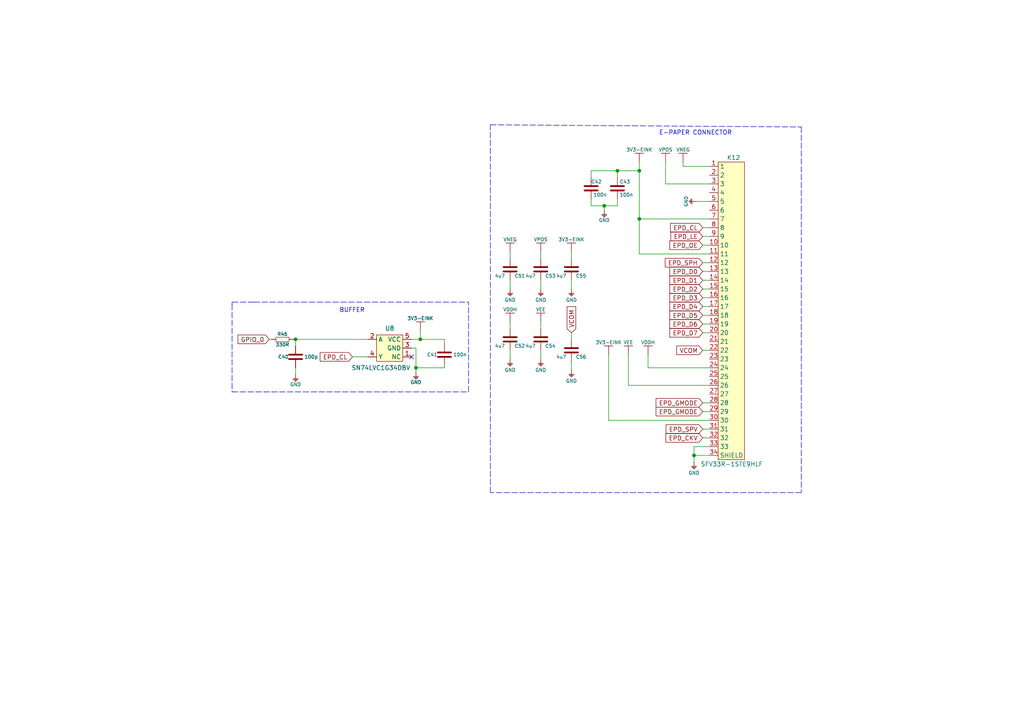
<source format=kicad_sch>
(kicad_sch (version 20211123) (generator eeschema)

  (uuid 4a8e3850-5c74-4972-8b49-f041c2a66e86)

  (paper "A4")

  (lib_symbols
    (symbol "e-radionica.com schematics:0603C" (pin_numbers hide) (pin_names (offset 0.002)) (in_bom yes) (on_board yes)
      (property "Reference" "C" (id 0) (at 0 3.81 0)
        (effects (font (size 1 1)))
      )
      (property "Value" "0603C" (id 1) (at 0 -3.175 0)
        (effects (font (size 1 1)))
      )
      (property "Footprint" "e-radionica.com footprinti:0603C" (id 2) (at 0.635 -4.445 0)
        (effects (font (size 1 1)) hide)
      )
      (property "Datasheet" "" (id 3) (at 0 0 0)
        (effects (font (size 1 1)) hide)
      )
      (symbol "0603C_0_1"
        (polyline
          (pts
            (xy -0.635 1.905)
            (xy -0.635 -1.905)
          )
          (stroke (width 0.5) (type default) (color 0 0 0 0))
          (fill (type none))
        )
        (polyline
          (pts
            (xy 0.635 1.905)
            (xy 0.635 -1.905)
          )
          (stroke (width 0.5) (type default) (color 0 0 0 0))
          (fill (type none))
        )
      )
      (symbol "0603C_1_1"
        (pin passive line (at -3.175 0 0) (length 2.54)
          (name "~" (effects (font (size 1.27 1.27))))
          (number "1" (effects (font (size 1.27 1.27))))
        )
        (pin passive line (at 3.175 0 180) (length 2.54)
          (name "~" (effects (font (size 1.27 1.27))))
          (number "2" (effects (font (size 1.27 1.27))))
        )
      )
    )
    (symbol "e-radionica.com schematics:0603R" (pin_numbers hide) (pin_names (offset 0.254)) (in_bom yes) (on_board yes)
      (property "Reference" "R" (id 0) (at 0 1.27 0)
        (effects (font (size 1 1)))
      )
      (property "Value" "0603R" (id 1) (at 0 -1.905 0)
        (effects (font (size 1 1)))
      )
      (property "Footprint" "e-radionica.com footprinti:0603R" (id 2) (at 0 -3.81 0)
        (effects (font (size 1 1)) hide)
      )
      (property "Datasheet" "" (id 3) (at -0.635 1.905 0)
        (effects (font (size 1 1)) hide)
      )
      (symbol "0603R_0_1"
        (rectangle (start -1.905 -0.635) (end 1.905 -0.6604)
          (stroke (width 0.1) (type default) (color 0 0 0 0))
          (fill (type none))
        )
        (rectangle (start -1.905 0.635) (end -1.8796 -0.635)
          (stroke (width 0.1) (type default) (color 0 0 0 0))
          (fill (type none))
        )
        (rectangle (start -1.905 0.635) (end 1.905 0.6096)
          (stroke (width 0.1) (type default) (color 0 0 0 0))
          (fill (type none))
        )
        (rectangle (start 1.905 0.635) (end 1.9304 -0.635)
          (stroke (width 0.1) (type default) (color 0 0 0 0))
          (fill (type none))
        )
      )
      (symbol "0603R_1_1"
        (pin passive line (at -3.175 0 0) (length 1.27)
          (name "~" (effects (font (size 1.27 1.27))))
          (number "1" (effects (font (size 1.27 1.27))))
        )
        (pin passive line (at 3.175 0 180) (length 1.27)
          (name "~" (effects (font (size 1.27 1.27))))
          (number "2" (effects (font (size 1.27 1.27))))
        )
      )
    )
    (symbol "e-radionica.com schematics:3V3-EINK" (power) (pin_names (offset 0)) (in_bom yes) (on_board yes)
      (property "Reference" "#PWR" (id 0) (at 4.445 0 0)
        (effects (font (size 1 1)) hide)
      )
      (property "Value" "3V3-EINK" (id 1) (at 0 3.556 0)
        (effects (font (size 1 1)))
      )
      (property "Footprint" "" (id 2) (at 4.445 3.81 0)
        (effects (font (size 1 1)) hide)
      )
      (property "Datasheet" "" (id 3) (at 4.445 3.81 0)
        (effects (font (size 1 1)) hide)
      )
      (property "ki_keywords" "power-flag" (id 4) (at 0 0 0)
        (effects (font (size 1.27 1.27)) hide)
      )
      (property "ki_description" "Power symbol creates a global label with name \"3V3-EINK\"" (id 5) (at 0 0 0)
        (effects (font (size 1.27 1.27)) hide)
      )
      (symbol "3V3-EINK_0_1"
        (polyline
          (pts
            (xy -1.27 2.54)
            (xy 1.27 2.54)
          )
          (stroke (width 0.16) (type default) (color 0 0 0 0))
          (fill (type none))
        )
        (polyline
          (pts
            (xy 0 0)
            (xy 0 2.54)
          )
          (stroke (width 0) (type default) (color 0 0 0 0))
          (fill (type none))
        )
      )
      (symbol "3V3-EINK_1_1"
        (pin power_in line (at 0 0 90) (length 0) hide
          (name "3V3-EINK" (effects (font (size 1.27 1.27))))
          (number "1" (effects (font (size 1.27 1.27))))
        )
      )
    )
    (symbol "e-radionica.com schematics:GND" (power) (pin_names (offset 0)) (in_bom yes) (on_board yes)
      (property "Reference" "#PWR" (id 0) (at 4.445 0 0)
        (effects (font (size 1 1)) hide)
      )
      (property "Value" "GND" (id 1) (at 0 -2.921 0)
        (effects (font (size 1 1)))
      )
      (property "Footprint" "" (id 2) (at 4.445 3.81 0)
        (effects (font (size 1 1)) hide)
      )
      (property "Datasheet" "" (id 3) (at 4.445 3.81 0)
        (effects (font (size 1 1)) hide)
      )
      (property "ki_keywords" "power-flag" (id 4) (at 0 0 0)
        (effects (font (size 1.27 1.27)) hide)
      )
      (property "ki_description" "Power symbol creates a global label with name \"GND\"" (id 5) (at 0 0 0)
        (effects (font (size 1.27 1.27)) hide)
      )
      (symbol "GND_0_1"
        (polyline
          (pts
            (xy -0.762 -1.27)
            (xy 0.762 -1.27)
          )
          (stroke (width 0.16) (type default) (color 0 0 0 0))
          (fill (type none))
        )
        (polyline
          (pts
            (xy -0.635 -1.524)
            (xy 0.635 -1.524)
          )
          (stroke (width 0.16) (type default) (color 0 0 0 0))
          (fill (type none))
        )
        (polyline
          (pts
            (xy -0.381 -1.778)
            (xy 0.381 -1.778)
          )
          (stroke (width 0.16) (type default) (color 0 0 0 0))
          (fill (type none))
        )
        (polyline
          (pts
            (xy -0.127 -2.032)
            (xy 0.127 -2.032)
          )
          (stroke (width 0.16) (type default) (color 0 0 0 0))
          (fill (type none))
        )
        (polyline
          (pts
            (xy 0 0)
            (xy 0 -1.27)
          )
          (stroke (width 0.16) (type default) (color 0 0 0 0))
          (fill (type none))
        )
      )
      (symbol "GND_1_1"
        (pin power_in line (at 0 0 270) (length 0) hide
          (name "GND" (effects (font (size 1.27 1.27))))
          (number "1" (effects (font (size 1.27 1.27))))
        )
      )
    )
    (symbol "e-radionica.com schematics:SFV33R-1STE9HLF" (in_bom yes) (on_board yes)
      (property "Reference" "K" (id 0) (at 0 44.45 0)
        (effects (font (size 1.27 1.27)))
      )
      (property "Value" "SFV33R-1STE9HLF" (id 1) (at 0 -44.45 0)
        (effects (font (size 1.27 1.27)))
      )
      (property "Footprint" "e-radionica.com footprinti:SFV33R-1STE9HLF" (id 2) (at 0 -46.99 0)
        (effects (font (size 1.27 1.27)) hide)
      )
      (property "Datasheet" "" (id 3) (at -2.54 45.72 0)
        (effects (font (size 1.27 1.27)) hide)
      )
      (symbol "SFV33R-1STE9HLF_0_1"
        (rectangle (start -3.81 43.18) (end 3.81 -43.18)
          (stroke (width 0.1524) (type default) (color 0 0 0 0))
          (fill (type background))
        )
      )
      (symbol "SFV33R-1STE9HLF_1_1"
        (pin input line (at -6.35 41.91 0) (length 2.54)
          (name "1" (effects (font (size 1.27 1.27))))
          (number "1" (effects (font (size 1.27 1.27))))
        )
        (pin input line (at -6.35 19.05 0) (length 2.54)
          (name "10" (effects (font (size 1.27 1.27))))
          (number "10" (effects (font (size 1.27 1.27))))
        )
        (pin input line (at -6.35 16.51 0) (length 2.54)
          (name "11" (effects (font (size 1.27 1.27))))
          (number "11" (effects (font (size 1.27 1.27))))
        )
        (pin input line (at -6.35 13.97 0) (length 2.54)
          (name "12" (effects (font (size 1.27 1.27))))
          (number "12" (effects (font (size 1.27 1.27))))
        )
        (pin input line (at -6.35 11.43 0) (length 2.54)
          (name "13" (effects (font (size 1.27 1.27))))
          (number "13" (effects (font (size 1.27 1.27))))
        )
        (pin input line (at -6.35 8.89 0) (length 2.54)
          (name "14" (effects (font (size 1.27 1.27))))
          (number "14" (effects (font (size 1.27 1.27))))
        )
        (pin input line (at -6.35 6.35 0) (length 2.54)
          (name "15" (effects (font (size 1.27 1.27))))
          (number "15" (effects (font (size 1.27 1.27))))
        )
        (pin input line (at -6.35 3.81 0) (length 2.54)
          (name "16" (effects (font (size 1.27 1.27))))
          (number "16" (effects (font (size 1.27 1.27))))
        )
        (pin input line (at -6.35 1.27 0) (length 2.54)
          (name "17" (effects (font (size 1.27 1.27))))
          (number "17" (effects (font (size 1.27 1.27))))
        )
        (pin input line (at -6.35 -1.27 0) (length 2.54)
          (name "18" (effects (font (size 1.27 1.27))))
          (number "18" (effects (font (size 1.27 1.27))))
        )
        (pin input line (at -6.35 -3.81 0) (length 2.54)
          (name "19" (effects (font (size 1.27 1.27))))
          (number "19" (effects (font (size 1.27 1.27))))
        )
        (pin input line (at -6.35 39.37 0) (length 2.54)
          (name "2" (effects (font (size 1.27 1.27))))
          (number "2" (effects (font (size 1.27 1.27))))
        )
        (pin input line (at -6.35 -6.35 0) (length 2.54)
          (name "20" (effects (font (size 1.27 1.27))))
          (number "20" (effects (font (size 1.27 1.27))))
        )
        (pin input line (at -6.35 -8.89 0) (length 2.54)
          (name "21" (effects (font (size 1.27 1.27))))
          (number "21" (effects (font (size 1.27 1.27))))
        )
        (pin input line (at -6.35 -11.43 0) (length 2.54)
          (name "22" (effects (font (size 1.27 1.27))))
          (number "22" (effects (font (size 1.27 1.27))))
        )
        (pin input line (at -6.35 -13.97 0) (length 2.54)
          (name "23" (effects (font (size 1.27 1.27))))
          (number "23" (effects (font (size 1.27 1.27))))
        )
        (pin input line (at -6.35 -16.51 0) (length 2.54)
          (name "24" (effects (font (size 1.27 1.27))))
          (number "24" (effects (font (size 1.27 1.27))))
        )
        (pin input line (at -6.35 -19.05 0) (length 2.54)
          (name "25" (effects (font (size 1.27 1.27))))
          (number "25" (effects (font (size 1.27 1.27))))
        )
        (pin input line (at -6.35 -21.59 0) (length 2.54)
          (name "26" (effects (font (size 1.27 1.27))))
          (number "26" (effects (font (size 1.27 1.27))))
        )
        (pin input line (at -6.35 -24.13 0) (length 2.54)
          (name "27" (effects (font (size 1.27 1.27))))
          (number "27" (effects (font (size 1.27 1.27))))
        )
        (pin input line (at -6.35 -26.67 0) (length 2.54)
          (name "28" (effects (font (size 1.27 1.27))))
          (number "28" (effects (font (size 1.27 1.27))))
        )
        (pin input line (at -6.35 -29.21 0) (length 2.54)
          (name "29" (effects (font (size 1.27 1.27))))
          (number "29" (effects (font (size 1.27 1.27))))
        )
        (pin input line (at -6.35 36.83 0) (length 2.54)
          (name "3" (effects (font (size 1.27 1.27))))
          (number "3" (effects (font (size 1.27 1.27))))
        )
        (pin input line (at -6.35 -31.75 0) (length 2.54)
          (name "30" (effects (font (size 1.27 1.27))))
          (number "30" (effects (font (size 1.27 1.27))))
        )
        (pin input line (at -6.35 -34.29 0) (length 2.54)
          (name "31" (effects (font (size 1.27 1.27))))
          (number "31" (effects (font (size 1.27 1.27))))
        )
        (pin input line (at -6.35 -36.83 0) (length 2.54)
          (name "32" (effects (font (size 1.27 1.27))))
          (number "32" (effects (font (size 1.27 1.27))))
        )
        (pin input line (at -6.35 -39.37 0) (length 2.54)
          (name "33" (effects (font (size 1.27 1.27))))
          (number "33" (effects (font (size 1.27 1.27))))
        )
        (pin input line (at -6.35 -41.91 0) (length 2.54)
          (name "SHIELD" (effects (font (size 1.27 1.27))))
          (number "34" (effects (font (size 1.27 1.27))))
        )
        (pin input line (at -6.35 34.29 0) (length 2.54)
          (name "4" (effects (font (size 1.27 1.27))))
          (number "4" (effects (font (size 1.27 1.27))))
        )
        (pin input line (at -6.35 31.75 0) (length 2.54)
          (name "5" (effects (font (size 1.27 1.27))))
          (number "5" (effects (font (size 1.27 1.27))))
        )
        (pin input line (at -6.35 29.21 0) (length 2.54)
          (name "6" (effects (font (size 1.27 1.27))))
          (number "6" (effects (font (size 1.27 1.27))))
        )
        (pin input line (at -6.35 26.67 0) (length 2.54)
          (name "7" (effects (font (size 1.27 1.27))))
          (number "7" (effects (font (size 1.27 1.27))))
        )
        (pin input line (at -6.35 24.13 0) (length 2.54)
          (name "8" (effects (font (size 1.27 1.27))))
          (number "8" (effects (font (size 1.27 1.27))))
        )
        (pin input line (at -6.35 21.59 0) (length 2.54)
          (name "9" (effects (font (size 1.27 1.27))))
          (number "9" (effects (font (size 1.27 1.27))))
        )
      )
    )
    (symbol "e-radionica.com schematics:SN74LVC1G34DBV" (in_bom yes) (on_board yes)
      (property "Reference" "U" (id 0) (at -2.54 5.08 0)
        (effects (font (size 1.27 1.27)))
      )
      (property "Value" "SN74LVC1G34DBV" (id 1) (at -1.27 7.62 0)
        (effects (font (size 1.27 1.27)))
      )
      (property "Footprint" "e-radionica.com footprinti:SN74LVC1G34DBV" (id 2) (at -1.27 8.89 0)
        (effects (font (size 1.27 1.27)) hide)
      )
      (property "Datasheet" "" (id 3) (at -1.27 8.89 0)
        (effects (font (size 1.27 1.27)) hide)
      )
      (property "ki_keywords" "Buffer" (id 4) (at 0 0 0)
        (effects (font (size 1.27 1.27)) hide)
      )
      (property "ki_description" "Single Buffer Gate" (id 5) (at 0 0 0)
        (effects (font (size 1.27 1.27)) hide)
      )
      (symbol "SN74LVC1G34DBV_0_0"
        (rectangle (start -3.81 3.81) (end 3.81 -3.81)
          (stroke (width 0) (type default) (color 0 0 0 0))
          (fill (type background))
        )
      )
      (symbol "SN74LVC1G34DBV_1_1"
        (pin passive line (at 6.35 -2.54 180) (length 2.54)
          (name "NC" (effects (font (size 1.27 1.27))))
          (number "1" (effects (font (size 1.27 1.27))))
        )
        (pin passive line (at -6.35 2.54 0) (length 2.54)
          (name "A" (effects (font (size 1.27 1.27))))
          (number "2" (effects (font (size 1.27 1.27))))
        )
        (pin passive line (at 6.35 0 180) (length 2.54)
          (name "GND" (effects (font (size 1.27 1.27))))
          (number "3" (effects (font (size 1.27 1.27))))
        )
        (pin passive line (at -6.35 -2.54 0) (length 2.54)
          (name "Y" (effects (font (size 1.27 1.27))))
          (number "4" (effects (font (size 1.27 1.27))))
        )
        (pin passive line (at 6.35 2.54 180) (length 2.54)
          (name "VCC" (effects (font (size 1.27 1.27))))
          (number "5" (effects (font (size 1.27 1.27))))
        )
      )
    )
    (symbol "e-radionica.com schematics:VDDH" (power) (pin_names (offset 0)) (in_bom yes) (on_board yes)
      (property "Reference" "#PWR" (id 0) (at 4.445 0 0)
        (effects (font (size 1 1)) hide)
      )
      (property "Value" "VDDH" (id 1) (at 0 3.556 0)
        (effects (font (size 1 1)))
      )
      (property "Footprint" "" (id 2) (at 4.445 3.81 0)
        (effects (font (size 1 1)) hide)
      )
      (property "Datasheet" "" (id 3) (at 4.445 3.81 0)
        (effects (font (size 1 1)) hide)
      )
      (property "ki_keywords" "power-flag" (id 4) (at 0 0 0)
        (effects (font (size 1.27 1.27)) hide)
      )
      (property "ki_description" "Power symbol creates a global label with name \"VDDH\"" (id 5) (at 0 0 0)
        (effects (font (size 1.27 1.27)) hide)
      )
      (symbol "VDDH_0_1"
        (polyline
          (pts
            (xy -1.27 2.54)
            (xy 1.27 2.54)
          )
          (stroke (width 0.16) (type default) (color 0 0 0 0))
          (fill (type none))
        )
        (polyline
          (pts
            (xy 0 0)
            (xy 0 2.54)
          )
          (stroke (width 0) (type default) (color 0 0 0 0))
          (fill (type none))
        )
      )
      (symbol "VDDH_1_1"
        (pin power_in line (at 0 0 90) (length 0) hide
          (name "VDDH" (effects (font (size 1.27 1.27))))
          (number "1" (effects (font (size 1.27 1.27))))
        )
      )
    )
    (symbol "e-radionica.com schematics:VEE" (power) (pin_names (offset 0)) (in_bom yes) (on_board yes)
      (property "Reference" "#PWR" (id 0) (at 4.445 0 0)
        (effects (font (size 1 1)) hide)
      )
      (property "Value" "VEE" (id 1) (at 0 3.556 0)
        (effects (font (size 1 1)))
      )
      (property "Footprint" "" (id 2) (at 4.445 3.81 0)
        (effects (font (size 1 1)) hide)
      )
      (property "Datasheet" "" (id 3) (at 4.445 3.81 0)
        (effects (font (size 1 1)) hide)
      )
      (property "ki_keywords" "power-flag" (id 4) (at 0 0 0)
        (effects (font (size 1.27 1.27)) hide)
      )
      (property "ki_description" "Power symbol creates a global label with name \"VEE\"" (id 5) (at 0 0 0)
        (effects (font (size 1.27 1.27)) hide)
      )
      (symbol "VEE_0_1"
        (polyline
          (pts
            (xy -1.27 2.54)
            (xy 1.27 2.54)
          )
          (stroke (width 0.16) (type default) (color 0 0 0 0))
          (fill (type none))
        )
        (polyline
          (pts
            (xy 0 0)
            (xy 0 2.54)
          )
          (stroke (width 0) (type default) (color 0 0 0 0))
          (fill (type none))
        )
      )
      (symbol "VEE_1_1"
        (pin power_in line (at 0 0 90) (length 0) hide
          (name "VEE" (effects (font (size 1.27 1.27))))
          (number "1" (effects (font (size 1.27 1.27))))
        )
      )
    )
    (symbol "e-radionica.com schematics:VNEG" (power) (pin_names (offset 0)) (in_bom yes) (on_board yes)
      (property "Reference" "#PWR" (id 0) (at 4.445 0 0)
        (effects (font (size 1 1)) hide)
      )
      (property "Value" "VNEG" (id 1) (at 0 3.556 0)
        (effects (font (size 1 1)))
      )
      (property "Footprint" "" (id 2) (at 4.445 3.81 0)
        (effects (font (size 1 1)) hide)
      )
      (property "Datasheet" "" (id 3) (at 4.445 3.81 0)
        (effects (font (size 1 1)) hide)
      )
      (property "ki_keywords" "power-flag" (id 4) (at 0 0 0)
        (effects (font (size 1.27 1.27)) hide)
      )
      (property "ki_description" "Power symbol creates a global label with name \"VNEG\"" (id 5) (at 0 0 0)
        (effects (font (size 1.27 1.27)) hide)
      )
      (symbol "VNEG_0_1"
        (polyline
          (pts
            (xy -1.27 2.54)
            (xy 1.27 2.54)
          )
          (stroke (width 0.16) (type default) (color 0 0 0 0))
          (fill (type none))
        )
        (polyline
          (pts
            (xy 0 0)
            (xy 0 2.54)
          )
          (stroke (width 0) (type default) (color 0 0 0 0))
          (fill (type none))
        )
      )
      (symbol "VNEG_1_1"
        (pin power_in line (at 0 0 90) (length 0) hide
          (name "VNEG" (effects (font (size 1.27 1.27))))
          (number "1" (effects (font (size 1.27 1.27))))
        )
      )
    )
    (symbol "e-radionica.com schematics:VPOS" (power) (pin_names (offset 0)) (in_bom yes) (on_board yes)
      (property "Reference" "#PWR" (id 0) (at 4.445 0 0)
        (effects (font (size 1 1)) hide)
      )
      (property "Value" "VPOS" (id 1) (at 0 3.556 0)
        (effects (font (size 1 1)))
      )
      (property "Footprint" "" (id 2) (at 4.445 3.81 0)
        (effects (font (size 1 1)) hide)
      )
      (property "Datasheet" "" (id 3) (at 4.445 3.81 0)
        (effects (font (size 1 1)) hide)
      )
      (property "ki_keywords" "power-flag" (id 4) (at 0 0 0)
        (effects (font (size 1.27 1.27)) hide)
      )
      (property "ki_description" "Power symbol creates a global label with name \"VPOS\"" (id 5) (at 0 0 0)
        (effects (font (size 1.27 1.27)) hide)
      )
      (symbol "VPOS_0_1"
        (polyline
          (pts
            (xy -1.27 2.54)
            (xy 1.27 2.54)
          )
          (stroke (width 0.16) (type default) (color 0 0 0 0))
          (fill (type none))
        )
        (polyline
          (pts
            (xy 0 0)
            (xy 0 2.54)
          )
          (stroke (width 0) (type default) (color 0 0 0 0))
          (fill (type none))
        )
      )
      (symbol "VPOS_1_1"
        (pin power_in line (at 0 0 90) (length 0) hide
          (name "VPOS" (effects (font (size 1.27 1.27))))
          (number "1" (effects (font (size 1.27 1.27))))
        )
      )
    )
  )

  (junction (at 121.92 98.425) (diameter 0) (color 0 0 0 0)
    (uuid 1779f733-d031-45aa-b8cb-a97af700677d)
  )
  (junction (at 120.65 106.68) (diameter 0) (color 0 0 0 0)
    (uuid 2a9ef1a5-e88a-425c-8942-c0e8c86431d3)
  )
  (junction (at 185.42 63.5) (diameter 0) (color 0 0 0 0)
    (uuid 34fe58e7-f563-4ea5-8cb3-e09670af234b)
  )
  (junction (at 179.07 49.53) (diameter 0) (color 0 0 0 0)
    (uuid 3bcab025-131d-4ed5-bab0-1b6485a3130a)
  )
  (junction (at 201.295 132.08) (diameter 0) (color 0 0 0 0)
    (uuid 4a84629f-a5ff-41cb-8a09-8d0e4083b395)
  )
  (junction (at 175.26 59.69) (diameter 0) (color 0 0 0 0)
    (uuid 8bbd3294-9183-46fe-94d0-132caf9ccc4b)
  )
  (junction (at 185.42 49.53) (diameter 0) (color 0 0 0 0)
    (uuid 8ec155e6-242d-45f0-ad50-57a47c2e674a)
  )
  (junction (at 85.725 98.425) (diameter 0) (color 0 0 0 0)
    (uuid a4431daf-a4d4-449e-8b3e-510ad4a1201c)
  )

  (no_connect (at 119.38 103.505) (uuid 881d6ca6-7fd3-4dff-9091-21cbf7ff2c2d))

  (polyline (pts (xy 67.31 87.63) (xy 67.31 88.265))
    (stroke (width 0) (type default) (color 0 0 0 0))
    (uuid 0033cfa2-0b18-430f-8696-0048d6b0c355)
  )

  (wire (pts (xy 85.725 98.425) (xy 85.725 100.33))
    (stroke (width 0) (type default) (color 0 0 0 0))
    (uuid 0671fe2c-4d2a-4ddb-849f-9250cbc0774a)
  )
  (wire (pts (xy 121.92 98.425) (xy 119.38 98.425))
    (stroke (width 0) (type default) (color 0 0 0 0))
    (uuid 0a0a2f41-42de-41cd-bbb2-90db05a0037f)
  )
  (wire (pts (xy 201.295 133.985) (xy 201.295 132.08))
    (stroke (width 0) (type default) (color 0 0 0 0))
    (uuid 0d7d4386-cbd4-476d-ac31-3ee84215014d)
  )
  (wire (pts (xy 203.835 68.58) (xy 205.74 68.58))
    (stroke (width 0) (type default) (color 0 0 0 0))
    (uuid 0e6d98a7-b47f-45c7-a54d-83e7f5bcfd9d)
  )
  (wire (pts (xy 179.07 49.53) (xy 185.42 49.53))
    (stroke (width 0) (type default) (color 0 0 0 0))
    (uuid 129f130c-b14c-44c1-a676-0611ddaca453)
  )
  (wire (pts (xy 147.955 93.345) (xy 147.955 95.25))
    (stroke (width 0) (type default) (color 0 0 0 0))
    (uuid 13a539f1-a4b3-4464-a7fa-5258cb96ba6e)
  )
  (wire (pts (xy 203.835 96.52) (xy 205.74 96.52))
    (stroke (width 0) (type default) (color 0 0 0 0))
    (uuid 155aa242-00d8-435c-89aa-264fc8d5efb5)
  )
  (wire (pts (xy 198.12 46.99) (xy 198.12 48.26))
    (stroke (width 0) (type default) (color 0 0 0 0))
    (uuid 1b69d7ae-6799-44eb-837c-8966633e38be)
  )
  (wire (pts (xy 165.735 81.28) (xy 165.735 83.82))
    (stroke (width 0) (type default) (color 0 0 0 0))
    (uuid 1cd3a72b-a15f-4306-8bc2-49dba41e75ed)
  )
  (wire (pts (xy 203.835 101.6) (xy 205.74 101.6))
    (stroke (width 0) (type default) (color 0 0 0 0))
    (uuid 20f3e462-5dbb-4f9c-8342-7f47fca6c583)
  )
  (wire (pts (xy 171.45 59.69) (xy 175.26 59.69))
    (stroke (width 0) (type default) (color 0 0 0 0))
    (uuid 21ea18aa-7241-461d-98e2-3b11fbc95d72)
  )
  (wire (pts (xy 193.04 53.34) (xy 205.74 53.34))
    (stroke (width 0) (type default) (color 0 0 0 0))
    (uuid 21f9c476-c303-4d57-9e2e-d1efeac9a4d8)
  )
  (wire (pts (xy 171.45 49.53) (xy 179.07 49.53))
    (stroke (width 0) (type default) (color 0 0 0 0))
    (uuid 246f5a2e-087c-43d9-9e13-36272937e534)
  )
  (wire (pts (xy 179.07 57.785) (xy 179.07 59.69))
    (stroke (width 0) (type default) (color 0 0 0 0))
    (uuid 248ba5aa-5a5e-40a2-9f89-f275d2b1e4f0)
  )
  (polyline (pts (xy 142.24 36.195) (xy 232.41 36.83))
    (stroke (width 0) (type default) (color 0 0 0 0))
    (uuid 26acd61d-4ef0-4519-81f3-c6aa27a74fc7)
  )

  (wire (pts (xy 203.835 86.36) (xy 205.74 86.36))
    (stroke (width 0) (type default) (color 0 0 0 0))
    (uuid 2a8aa2d7-36ad-4c47-aea2-1e762d12d1ea)
  )
  (polyline (pts (xy 142.24 142.875) (xy 142.24 36.195))
    (stroke (width 0) (type default) (color 0 0 0 0))
    (uuid 2fee84f1-f5a5-4916-863a-2e3b2b5462a3)
  )

  (wire (pts (xy 175.26 59.69) (xy 179.07 59.69))
    (stroke (width 0) (type default) (color 0 0 0 0))
    (uuid 3059a97d-5a87-4f62-aa16-1b6fe022b136)
  )
  (wire (pts (xy 156.845 81.28) (xy 156.845 83.82))
    (stroke (width 0) (type default) (color 0 0 0 0))
    (uuid 309e005f-2916-4fed-a061-ee97d3541440)
  )
  (polyline (pts (xy 135.89 113.665) (xy 135.89 87.63))
    (stroke (width 0) (type default) (color 0 0 0 0))
    (uuid 30ffa7da-f6e8-4ba9-8430-780c069655bf)
  )

  (wire (pts (xy 198.12 48.26) (xy 205.74 48.26))
    (stroke (width 0) (type default) (color 0 0 0 0))
    (uuid 376643f5-eb19-4ce3-b884-418e95276419)
  )
  (wire (pts (xy 165.735 104.775) (xy 165.735 107.315))
    (stroke (width 0) (type default) (color 0 0 0 0))
    (uuid 39906802-915e-41a7-ba6c-5121c7fe9a6e)
  )
  (wire (pts (xy 201.295 129.54) (xy 201.295 132.08))
    (stroke (width 0) (type default) (color 0 0 0 0))
    (uuid 404fdef7-9671-4345-b215-0b5a63215746)
  )
  (wire (pts (xy 147.955 101.6) (xy 147.955 104.14))
    (stroke (width 0) (type default) (color 0 0 0 0))
    (uuid 409653ee-2218-414d-9f85-c1938c38f5d1)
  )
  (wire (pts (xy 171.45 57.785) (xy 171.45 59.69))
    (stroke (width 0) (type default) (color 0 0 0 0))
    (uuid 4177848c-19e5-469e-9465-dba48c62bca5)
  )
  (wire (pts (xy 203.835 127) (xy 205.74 127))
    (stroke (width 0) (type default) (color 0 0 0 0))
    (uuid 4c30bbd7-2876-4a94-a7a7-bdece98eb9d7)
  )
  (wire (pts (xy 182.245 111.76) (xy 182.245 102.87))
    (stroke (width 0) (type default) (color 0 0 0 0))
    (uuid 4c396c12-6787-4bc6-9fe8-925c4935dcd1)
  )
  (wire (pts (xy 205.74 106.68) (xy 187.96 106.68))
    (stroke (width 0) (type default) (color 0 0 0 0))
    (uuid 52d05972-3d6e-4b1e-8177-c28d746e3508)
  )
  (wire (pts (xy 171.45 51.435) (xy 171.45 49.53))
    (stroke (width 0) (type default) (color 0 0 0 0))
    (uuid 5d388c57-d39a-4362-bf44-f21065ca0922)
  )
  (wire (pts (xy 85.725 98.425) (xy 106.68 98.425))
    (stroke (width 0) (type default) (color 0 0 0 0))
    (uuid 638eb48f-5065-40b4-a00d-e003fc02c432)
  )
  (wire (pts (xy 185.42 63.5) (xy 205.74 63.5))
    (stroke (width 0) (type default) (color 0 0 0 0))
    (uuid 67a44875-36e7-4a56-8738-f621393d6643)
  )
  (wire (pts (xy 128.905 99.695) (xy 128.905 98.425))
    (stroke (width 0) (type default) (color 0 0 0 0))
    (uuid 6810fb50-aa4f-474e-8cfe-5f05ae146778)
  )
  (wire (pts (xy 156.845 93.345) (xy 156.845 95.25))
    (stroke (width 0) (type default) (color 0 0 0 0))
    (uuid 7086248d-ffe3-449a-836a-fba551b2b1cc)
  )
  (wire (pts (xy 102.235 103.505) (xy 106.68 103.505))
    (stroke (width 0) (type default) (color 0 0 0 0))
    (uuid 728c638a-b2ec-411a-b1d0-71f57a2d533d)
  )
  (wire (pts (xy 203.835 124.46) (xy 205.74 124.46))
    (stroke (width 0) (type default) (color 0 0 0 0))
    (uuid 7cccdb8b-7a68-4edc-9370-eafdd6a42a04)
  )
  (wire (pts (xy 203.835 66.04) (xy 205.74 66.04))
    (stroke (width 0) (type default) (color 0 0 0 0))
    (uuid 7d788d3f-31de-4b10-a4d9-da237cdadacc)
  )
  (wire (pts (xy 203.835 116.84) (xy 205.74 116.84))
    (stroke (width 0) (type default) (color 0 0 0 0))
    (uuid 84275bdd-4215-43e3-af07-570c166d219b)
  )
  (wire (pts (xy 203.835 78.74) (xy 205.74 78.74))
    (stroke (width 0) (type default) (color 0 0 0 0))
    (uuid 84df4b49-e7d0-4bda-ac70-8a9fcf9f8b56)
  )
  (wire (pts (xy 156.845 73.025) (xy 156.845 74.93))
    (stroke (width 0) (type default) (color 0 0 0 0))
    (uuid 85c9f1ff-ab7c-409c-8d0b-bd6c91e1994b)
  )
  (wire (pts (xy 205.74 129.54) (xy 201.295 129.54))
    (stroke (width 0) (type default) (color 0 0 0 0))
    (uuid 8b6e120c-7b15-497e-8066-016c146dc31b)
  )
  (wire (pts (xy 121.92 95.885) (xy 121.92 98.425))
    (stroke (width 0) (type default) (color 0 0 0 0))
    (uuid 8eb8fd42-eaa7-4752-a64b-886d143630bb)
  )
  (wire (pts (xy 120.65 106.68) (xy 120.65 107.95))
    (stroke (width 0) (type default) (color 0 0 0 0))
    (uuid 8fa10f86-030d-482a-bdc3-d2084ebe28de)
  )
  (polyline (pts (xy 232.41 142.875) (xy 142.24 142.875))
    (stroke (width 0) (type default) (color 0 0 0 0))
    (uuid 900651bb-92cd-42e2-a2f2-0f5e64cc4b82)
  )

  (wire (pts (xy 187.96 106.68) (xy 187.96 102.87))
    (stroke (width 0) (type default) (color 0 0 0 0))
    (uuid 907d2a2c-cdfc-434f-97de-f4cba75d0f8f)
  )
  (wire (pts (xy 203.835 93.98) (xy 205.74 93.98))
    (stroke (width 0) (type default) (color 0 0 0 0))
    (uuid 97ab10fd-527b-4bd4-b2d8-66f630f55776)
  )
  (wire (pts (xy 205.74 111.76) (xy 182.245 111.76))
    (stroke (width 0) (type default) (color 0 0 0 0))
    (uuid 98440648-19a7-41c7-aa30-09bbd4a1840b)
  )
  (wire (pts (xy 193.04 46.99) (xy 193.04 53.34))
    (stroke (width 0) (type default) (color 0 0 0 0))
    (uuid a0890e69-250b-458b-86a9-9f49406e1e87)
  )
  (wire (pts (xy 203.835 119.38) (xy 205.74 119.38))
    (stroke (width 0) (type default) (color 0 0 0 0))
    (uuid a75a15ea-ed93-43f9-89a6-f09b4d22014c)
  )
  (polyline (pts (xy 73.66 87.63) (xy 67.31 87.63))
    (stroke (width 0) (type default) (color 0 0 0 0))
    (uuid a968bf5b-84eb-4244-91ce-df458aaf3cf5)
  )

  (wire (pts (xy 147.955 81.28) (xy 147.955 83.82))
    (stroke (width 0) (type default) (color 0 0 0 0))
    (uuid a9942184-80aa-4073-b6ca-5b6ddec96bfe)
  )
  (wire (pts (xy 205.74 73.66) (xy 185.42 73.66))
    (stroke (width 0) (type default) (color 0 0 0 0))
    (uuid ac57a050-9598-4608-94c9-eb346c3bd8db)
  )
  (wire (pts (xy 175.26 60.96) (xy 175.26 59.69))
    (stroke (width 0) (type default) (color 0 0 0 0))
    (uuid ae188d75-c7ad-4059-a637-72e5d26bf3be)
  )
  (wire (pts (xy 203.835 76.2) (xy 205.74 76.2))
    (stroke (width 0) (type default) (color 0 0 0 0))
    (uuid b3630739-cfc8-4f1e-9ebf-cb9efa5ad4a9)
  )
  (wire (pts (xy 201.93 58.42) (xy 205.74 58.42))
    (stroke (width 0) (type default) (color 0 0 0 0))
    (uuid b56b2299-c8b0-4981-9a8e-2f374546f9f7)
  )
  (wire (pts (xy 185.42 73.66) (xy 185.42 63.5))
    (stroke (width 0) (type default) (color 0 0 0 0))
    (uuid b649e47b-3d9c-4993-a844-c9b0041ff991)
  )
  (wire (pts (xy 185.42 49.53) (xy 185.42 63.5))
    (stroke (width 0) (type default) (color 0 0 0 0))
    (uuid be020241-e9a6-462d-a97b-ae6a82826e47)
  )
  (wire (pts (xy 120.65 106.68) (xy 128.905 106.68))
    (stroke (width 0) (type default) (color 0 0 0 0))
    (uuid c00f3573-1de5-458b-995d-fb5a2ac5a9f6)
  )
  (polyline (pts (xy 73.66 87.63) (xy 135.89 87.63))
    (stroke (width 0) (type default) (color 0 0 0 0))
    (uuid c4e1e6fe-0954-42e6-b077-c12acad51419)
  )

  (wire (pts (xy 185.42 46.99) (xy 185.42 49.53))
    (stroke (width 0) (type default) (color 0 0 0 0))
    (uuid c6a52d97-ebeb-4ea9-bfac-583b6aa157ab)
  )
  (wire (pts (xy 119.38 100.965) (xy 120.65 100.965))
    (stroke (width 0) (type default) (color 0 0 0 0))
    (uuid c6dafa1b-3213-4a6f-951d-8ebccaf0f352)
  )
  (wire (pts (xy 203.835 88.9) (xy 205.74 88.9))
    (stroke (width 0) (type default) (color 0 0 0 0))
    (uuid c86d98ff-9dcf-4065-94c7-67ec2e4c56ac)
  )
  (polyline (pts (xy 67.31 113.665) (xy 135.89 113.665))
    (stroke (width 0) (type default) (color 0 0 0 0))
    (uuid cb0068f4-347f-4ce3-9509-55721475ff21)
  )

  (wire (pts (xy 85.725 106.68) (xy 85.725 108.585))
    (stroke (width 0) (type default) (color 0 0 0 0))
    (uuid cc6b05de-01d7-4cfd-ad4f-015f3fb30966)
  )
  (wire (pts (xy 176.53 102.87) (xy 176.53 121.92))
    (stroke (width 0) (type default) (color 0 0 0 0))
    (uuid cc8a73ad-ed79-4708-9a5f-5991c699daf6)
  )
  (wire (pts (xy 179.07 51.435) (xy 179.07 49.53))
    (stroke (width 0) (type default) (color 0 0 0 0))
    (uuid cf3f6007-6b3f-4533-af0f-fcacaef58370)
  )
  (wire (pts (xy 78.105 98.425) (xy 78.74 98.425))
    (stroke (width 0) (type default) (color 0 0 0 0))
    (uuid d0574a12-dae3-4139-b90b-ad60c3958e2c)
  )
  (wire (pts (xy 128.905 106.045) (xy 128.905 106.68))
    (stroke (width 0) (type default) (color 0 0 0 0))
    (uuid d35f274d-25ef-4d67-9bee-b00b42fb988a)
  )
  (wire (pts (xy 176.53 121.92) (xy 205.74 121.92))
    (stroke (width 0) (type default) (color 0 0 0 0))
    (uuid d71feded-ec7a-4390-8d8f-6709b9ec7321)
  )
  (polyline (pts (xy 67.31 88.265) (xy 67.31 113.665))
    (stroke (width 0) (type default) (color 0 0 0 0))
    (uuid d88e3bdd-76f4-4bfd-bb85-0badc4bd3fad)
  )

  (wire (pts (xy 156.845 101.6) (xy 156.845 104.14))
    (stroke (width 0) (type default) (color 0 0 0 0))
    (uuid d92d4e95-d978-4c38-b013-67e42ea82a47)
  )
  (wire (pts (xy 203.835 71.12) (xy 205.74 71.12))
    (stroke (width 0) (type default) (color 0 0 0 0))
    (uuid dbddf614-5f19-4da6-ae39-86f5812a77ad)
  )
  (wire (pts (xy 203.835 91.44) (xy 205.74 91.44))
    (stroke (width 0) (type default) (color 0 0 0 0))
    (uuid dccacd04-8b66-44ef-b704-954fa6f3ba1a)
  )
  (wire (pts (xy 165.735 73.025) (xy 165.735 74.93))
    (stroke (width 0) (type default) (color 0 0 0 0))
    (uuid dd31592e-57ec-4dcd-8683-8e7ab3e6de9d)
  )
  (wire (pts (xy 120.65 100.965) (xy 120.65 106.68))
    (stroke (width 0) (type default) (color 0 0 0 0))
    (uuid e0088e20-499f-4e4d-a791-50cefea713d1)
  )
  (wire (pts (xy 147.955 73.025) (xy 147.955 74.93))
    (stroke (width 0) (type default) (color 0 0 0 0))
    (uuid e3f60993-3d9b-4ccb-9a52-a8a438d004bf)
  )
  (wire (pts (xy 201.295 132.08) (xy 205.74 132.08))
    (stroke (width 0) (type default) (color 0 0 0 0))
    (uuid e633c5fb-1a75-4937-b604-b6ec2a6dd9af)
  )
  (wire (pts (xy 203.835 83.82) (xy 205.74 83.82))
    (stroke (width 0) (type default) (color 0 0 0 0))
    (uuid e679018b-4116-427c-b68b-6305ffd47f43)
  )
  (wire (pts (xy 203.835 81.28) (xy 205.74 81.28))
    (stroke (width 0) (type default) (color 0 0 0 0))
    (uuid f065a6fe-7e35-46c4-b687-260ceb1c91c4)
  )
  (wire (pts (xy 165.735 96.52) (xy 165.735 98.425))
    (stroke (width 0) (type default) (color 0 0 0 0))
    (uuid f26fa01a-d389-46bc-9e48-443f182af071)
  )
  (polyline (pts (xy 232.41 36.83) (xy 232.41 142.875))
    (stroke (width 0) (type default) (color 0 0 0 0))
    (uuid f3179c1c-7f32-44ed-89c1-7cd4438a53fd)
  )

  (wire (pts (xy 121.92 98.425) (xy 128.905 98.425))
    (stroke (width 0) (type default) (color 0 0 0 0))
    (uuid f4e23ec3-812a-496b-a1d1-cfef6983f70c)
  )
  (wire (pts (xy 85.09 98.425) (xy 85.725 98.425))
    (stroke (width 0) (type default) (color 0 0 0 0))
    (uuid ff565693-7c08-43ea-891b-c2377ce514ee)
  )

  (text "E-PAPER CONNECTOR\n" (at 191.135 39.37 0)
    (effects (font (size 1.27 1.27)) (justify left bottom))
    (uuid 18d1aec2-9add-4c28-b4f1-a8559e79fcb5)
  )
  (text "BUFFER" (at 98.425 90.805 0)
    (effects (font (size 1.27 1.27)) (justify left bottom))
    (uuid 1f7cb775-a792-4878-ae5a-4404b64edd50)
  )

  (global_label "EPD_SPH" (shape input) (at 203.835 76.2 180) (fields_autoplaced)
    (effects (font (size 1.27 1.27)) (justify right))
    (uuid 006b3bad-9311-499b-85fc-81ec7f0086e1)
    (property "Intersheet References" "${INTERSHEET_REFS}" (id 0) (at 192.9552 76.1206 0)
      (effects (font (size 1.27 1.27)) (justify right) hide)
    )
  )
  (global_label "EPD_D7" (shape input) (at 203.835 96.52 180) (fields_autoplaced)
    (effects (font (size 1.27 1.27)) (justify right))
    (uuid 0649b806-ae22-4fc3-82bf-4c5fd2039956)
    (property "Intersheet References" "${INTERSHEET_REFS}" (id 0) (at 194.2857 96.4406 0)
      (effects (font (size 1.27 1.27)) (justify right) hide)
    )
  )
  (global_label "EPD_SPV" (shape input) (at 203.835 124.46 180) (fields_autoplaced)
    (effects (font (size 1.27 1.27)) (justify right))
    (uuid 1605b751-2564-4590-8f4e-eabc36b8fa77)
    (property "Intersheet References" "${INTERSHEET_REFS}" (id 0) (at 193.1971 124.5394 0)
      (effects (font (size 1.27 1.27)) (justify right) hide)
    )
  )
  (global_label "EPD_D4" (shape input) (at 203.835 88.9 180) (fields_autoplaced)
    (effects (font (size 1.27 1.27)) (justify right))
    (uuid 2082a362-7d97-4647-b248-af92f784870b)
    (property "Intersheet References" "${INTERSHEET_REFS}" (id 0) (at 194.2857 88.8206 0)
      (effects (font (size 1.27 1.27)) (justify right) hide)
    )
  )
  (global_label "EPD_CKV" (shape input) (at 203.835 127 180) (fields_autoplaced)
    (effects (font (size 1.27 1.27)) (justify right))
    (uuid 25da1ee6-ce79-47bf-a3b2-93062c6b5358)
    (property "Intersheet References" "${INTERSHEET_REFS}" (id 0) (at 193.1367 126.9206 0)
      (effects (font (size 1.27 1.27)) (justify right) hide)
    )
  )
  (global_label "EPD_CL" (shape input) (at 203.835 66.04 180) (fields_autoplaced)
    (effects (font (size 1.27 1.27)) (justify right))
    (uuid 32b86445-adde-4a81-bf9d-39e88f21bb24)
    (property "Intersheet References" "${INTERSHEET_REFS}" (id 0) (at 194.4671 66.1194 0)
      (effects (font (size 1.27 1.27)) (justify right) hide)
    )
  )
  (global_label "EPD_D3" (shape input) (at 203.835 86.36 180) (fields_autoplaced)
    (effects (font (size 1.27 1.27)) (justify right))
    (uuid 424f104b-a4a5-4cc4-8b35-ddaecd91663d)
    (property "Intersheet References" "${INTERSHEET_REFS}" (id 0) (at 194.2857 86.2806 0)
      (effects (font (size 1.27 1.27)) (justify right) hide)
    )
  )
  (global_label "EPD_D5" (shape input) (at 203.835 91.44 180) (fields_autoplaced)
    (effects (font (size 1.27 1.27)) (justify right))
    (uuid 47a56442-3f52-4bfb-887a-6caa8606a3d2)
    (property "Intersheet References" "${INTERSHEET_REFS}" (id 0) (at 194.2857 91.3606 0)
      (effects (font (size 1.27 1.27)) (justify right) hide)
    )
  )
  (global_label "EPD_D6" (shape input) (at 203.835 93.98 180) (fields_autoplaced)
    (effects (font (size 1.27 1.27)) (justify right))
    (uuid 4cf1850c-3558-4e8f-b958-22af96ea4cdc)
    (property "Intersheet References" "${INTERSHEET_REFS}" (id 0) (at 194.2857 93.9006 0)
      (effects (font (size 1.27 1.27)) (justify right) hide)
    )
  )
  (global_label "GPIO_0" (shape input) (at 78.105 98.425 180) (fields_autoplaced)
    (effects (font (size 1.27 1.27)) (justify right))
    (uuid 4fb69242-a9c7-4ed7-a3d2-ab195806928b)
    (property "Intersheet References" "${INTERSHEET_REFS}" (id 0) (at 69.0395 98.5044 0)
      (effects (font (size 1.27 1.27)) (justify right) hide)
    )
  )
  (global_label "EPD_D1" (shape input) (at 203.835 81.28 180) (fields_autoplaced)
    (effects (font (size 1.27 1.27)) (justify right))
    (uuid 75e67702-ecf8-4ce8-b79d-9b102b65fba4)
    (property "Intersheet References" "${INTERSHEET_REFS}" (id 0) (at 194.2857 81.2006 0)
      (effects (font (size 1.27 1.27)) (justify right) hide)
    )
  )
  (global_label "EPD_D2" (shape input) (at 203.835 83.82 180) (fields_autoplaced)
    (effects (font (size 1.27 1.27)) (justify right))
    (uuid 7a16d448-aa7f-40be-9a91-c33cc8f21e80)
    (property "Intersheet References" "${INTERSHEET_REFS}" (id 0) (at 194.2857 83.7406 0)
      (effects (font (size 1.27 1.27)) (justify right) hide)
    )
  )
  (global_label "EPD_OE" (shape input) (at 203.835 71.12 180) (fields_autoplaced)
    (effects (font (size 1.27 1.27)) (justify right))
    (uuid 8f543386-1960-451f-8fb5-9011cae6118b)
    (property "Intersheet References" "${INTERSHEET_REFS}" (id 0) (at 194.2857 71.1994 0)
      (effects (font (size 1.27 1.27)) (justify right) hide)
    )
  )
  (global_label "EPD_GMODE" (shape input) (at 203.835 119.38 180) (fields_autoplaced)
    (effects (font (size 1.27 1.27)) (justify right))
    (uuid 9085103b-cba4-4ccd-80ab-a7efe0f3e3bb)
    (property "Intersheet References" "${INTERSHEET_REFS}" (id 0) (at 190.2943 119.4594 0)
      (effects (font (size 1.27 1.27)) (justify right) hide)
    )
  )
  (global_label "EPD_GMODE" (shape input) (at 203.835 116.84 180) (fields_autoplaced)
    (effects (font (size 1.27 1.27)) (justify right))
    (uuid 928b671a-d622-448e-96c7-37061cf153a3)
    (property "Intersheet References" "${INTERSHEET_REFS}" (id 0) (at 190.2943 116.9194 0)
      (effects (font (size 1.27 1.27)) (justify right) hide)
    )
  )
  (global_label "VCOM" (shape input) (at 165.735 96.52 90) (fields_autoplaced)
    (effects (font (size 1.27 1.27)) (justify left))
    (uuid 9b300cf2-fff6-4f4f-ab88-20e3ed53203d)
    (property "Intersheet References" "${INTERSHEET_REFS}" (id 0) (at 165.8144 88.9664 90)
      (effects (font (size 1.27 1.27)) (justify left) hide)
    )
  )
  (global_label "EPD_LE" (shape input) (at 203.835 68.58 180) (fields_autoplaced)
    (effects (font (size 1.27 1.27)) (justify right))
    (uuid af137d1f-56fe-486a-9511-7a4638586c9f)
    (property "Intersheet References" "${INTERSHEET_REFS}" (id 0) (at 194.5881 68.5006 0)
      (effects (font (size 1.27 1.27)) (justify right) hide)
    )
  )
  (global_label "VCOM" (shape input) (at 203.835 101.6 180) (fields_autoplaced)
    (effects (font (size 1.27 1.27)) (justify right))
    (uuid b561b20c-d246-4680-bd30-84498494b5fe)
    (property "Intersheet References" "${INTERSHEET_REFS}" (id 0) (at 196.2814 101.5206 0)
      (effects (font (size 1.27 1.27)) (justify right) hide)
    )
  )
  (global_label "EPD_D0" (shape input) (at 203.835 78.74 180) (fields_autoplaced)
    (effects (font (size 1.27 1.27)) (justify right))
    (uuid cc3b42d0-f166-42ab-9840-84dde72fa853)
    (property "Intersheet References" "${INTERSHEET_REFS}" (id 0) (at 194.2857 78.6606 0)
      (effects (font (size 1.27 1.27)) (justify right) hide)
    )
  )
  (global_label "EPD_CL" (shape input) (at 102.235 103.505 180) (fields_autoplaced)
    (effects (font (size 1.27 1.27)) (justify right))
    (uuid fa82f6f1-931a-41a1-a068-f90588cd7f23)
    (property "Intersheet References" "${INTERSHEET_REFS}" (id 0) (at 92.8671 103.5844 0)
      (effects (font (size 1.27 1.27)) (justify right) hide)
    )
  )

  (symbol (lib_id "e-radionica.com schematics:0603C") (at 165.735 78.105 90) (unit 1)
    (in_bom yes) (on_board yes)
    (uuid 0179e0c6-3dc7-41e3-8ca4-c4b3c89268e3)
    (property "Reference" "C55" (id 0) (at 167.005 80.01 90)
      (effects (font (size 1 1)) (justify right))
    )
    (property "Value" "4u7" (id 1) (at 161.29 80.01 90)
      (effects (font (size 1 1)) (justify right))
    )
    (property "Footprint" "e-radionica.com footprinti:0603C" (id 2) (at 170.18 77.47 0)
      (effects (font (size 1 1)) hide)
    )
    (property "Datasheet" "" (id 3) (at 165.735 78.105 0)
      (effects (font (size 1 1)) hide)
    )
    (pin "1" (uuid 8886cda4-91e4-4f85-935c-e3c4e0ef9975))
    (pin "2" (uuid 7c73ac6d-6405-4668-a98e-07d390301576))
  )

  (symbol (lib_id "e-radionica.com schematics:0603C") (at 147.955 98.425 90) (unit 1)
    (in_bom yes) (on_board yes)
    (uuid 06325e31-59fe-4dfe-9076-b3058be252fd)
    (property "Reference" "C52" (id 0) (at 149.225 100.33 90)
      (effects (font (size 1 1)) (justify right))
    )
    (property "Value" "4u7" (id 1) (at 143.51 100.33 90)
      (effects (font (size 1 1)) (justify right))
    )
    (property "Footprint" "e-radionica.com footprinti:0603C" (id 2) (at 152.4 97.79 0)
      (effects (font (size 1 1)) hide)
    )
    (property "Datasheet" "" (id 3) (at 147.955 98.425 0)
      (effects (font (size 1 1)) hide)
    )
    (pin "1" (uuid 0d815bf1-1a51-49ef-ac62-9373191dced7))
    (pin "2" (uuid 9263d1f9-a266-4ae0-ab0d-23b62881e735))
  )

  (symbol (lib_id "e-radionica.com schematics:GND") (at 201.295 133.985 0) (unit 1)
    (in_bom yes) (on_board yes)
    (uuid 0a4b5b07-6a07-413e-ab48-2bdae1bb8afc)
    (property "Reference" "#PWR0225" (id 0) (at 205.74 133.985 0)
      (effects (font (size 1 1)) hide)
    )
    (property "Value" "GND" (id 1) (at 201.295 137.16 0)
      (effects (font (size 1 1)))
    )
    (property "Footprint" "" (id 2) (at 205.74 130.175 0)
      (effects (font (size 1 1)) hide)
    )
    (property "Datasheet" "" (id 3) (at 205.74 130.175 0)
      (effects (font (size 1 1)) hide)
    )
    (pin "1" (uuid 82863154-7257-4e70-9ccc-ed71e4f64af4))
  )

  (symbol (lib_id "e-radionica.com schematics:VNEG") (at 147.955 73.025 0) (unit 1)
    (in_bom yes) (on_board yes)
    (uuid 0b92dc94-66fe-4606-ba1b-7d1b2292e2ef)
    (property "Reference" "#PWR0248" (id 0) (at 152.4 73.025 0)
      (effects (font (size 1 1)) hide)
    )
    (property "Value" "VNEG" (id 1) (at 147.955 69.469 0)
      (effects (font (size 1 1)))
    )
    (property "Footprint" "" (id 2) (at 152.4 69.215 0)
      (effects (font (size 1 1)) hide)
    )
    (property "Datasheet" "" (id 3) (at 152.4 69.215 0)
      (effects (font (size 1 1)) hide)
    )
    (pin "1" (uuid 0b8bd991-0e36-4188-8c88-411e5df0035a))
  )

  (symbol (lib_id "e-radionica.com schematics:GND") (at 175.26 60.96 0) (unit 1)
    (in_bom yes) (on_board yes)
    (uuid 0e3611fa-57ce-4148-8b8d-dcbe1e3c585c)
    (property "Reference" "#PWR0220" (id 0) (at 179.705 60.96 0)
      (effects (font (size 1 1)) hide)
    )
    (property "Value" "GND" (id 1) (at 175.26 63.881 0)
      (effects (font (size 1 1)))
    )
    (property "Footprint" "" (id 2) (at 179.705 57.15 0)
      (effects (font (size 1 1)) hide)
    )
    (property "Datasheet" "" (id 3) (at 179.705 57.15 0)
      (effects (font (size 1 1)) hide)
    )
    (pin "1" (uuid db6e26fa-cee2-45b8-9463-fcce239d61d5))
  )

  (symbol (lib_id "e-radionica.com schematics:VPOS") (at 193.04 46.99 0) (unit 1)
    (in_bom yes) (on_board yes) (fields_autoplaced)
    (uuid 2b9560aa-ca85-40bd-96c0-e06c0c8c5ac1)
    (property "Reference" "#PWR0222" (id 0) (at 197.485 46.99 0)
      (effects (font (size 1 1)) hide)
    )
    (property "Value" "VPOS" (id 1) (at 193.04 43.434 0)
      (effects (font (size 1 1)))
    )
    (property "Footprint" "" (id 2) (at 197.485 43.18 0)
      (effects (font (size 1 1)) hide)
    )
    (property "Datasheet" "" (id 3) (at 197.485 43.18 0)
      (effects (font (size 1 1)) hide)
    )
    (pin "1" (uuid f8423220-560b-4ad3-afe2-90fe06bc7191))
  )

  (symbol (lib_id "e-radionica.com schematics:GND") (at 165.735 83.82 0) (unit 1)
    (in_bom yes) (on_board yes)
    (uuid 31943843-ff6b-4e8d-ba9e-5a08a32613d6)
    (property "Reference" "#PWR0251" (id 0) (at 170.18 83.82 0)
      (effects (font (size 1 1)) hide)
    )
    (property "Value" "GND" (id 1) (at 165.735 86.995 0)
      (effects (font (size 1 1)))
    )
    (property "Footprint" "" (id 2) (at 170.18 80.01 0)
      (effects (font (size 1 1)) hide)
    )
    (property "Datasheet" "" (id 3) (at 170.18 80.01 0)
      (effects (font (size 1 1)) hide)
    )
    (pin "1" (uuid 85d5be9c-8b88-4195-b374-bd7ddf4b511a))
  )

  (symbol (lib_id "e-radionica.com schematics:SN74LVC1G34DBV") (at 113.03 100.965 0) (unit 1)
    (in_bom yes) (on_board yes)
    (uuid 3bdff68a-827c-40ad-9960-278a6173b946)
    (property "Reference" "U8" (id 0) (at 113.03 95.25 0))
    (property "Value" "SN74LVC1G34DBV" (id 1) (at 110.49 106.68 0))
    (property "Footprint" "e-radionica.com footprinti:SN74LVC1G34DBV" (id 2) (at 111.76 92.075 0)
      (effects (font (size 1.27 1.27)) hide)
    )
    (property "Datasheet" "" (id 3) (at 111.76 92.075 0)
      (effects (font (size 1.27 1.27)) hide)
    )
    (pin "1" (uuid 4f7ed9e1-04a3-4aab-977f-25d4e12de7b0))
    (pin "2" (uuid 819f370a-1ff0-4641-a8fe-f70b1c198089))
    (pin "3" (uuid b083ccce-71bc-4219-9ac6-3329725bd878))
    (pin "4" (uuid 3324eeb5-498d-4c42-b9ec-4574c87a491f))
    (pin "5" (uuid c8590039-519f-40c0-a38d-97544a6abf21))
  )

  (symbol (lib_id "e-radionica.com schematics:VPOS") (at 156.845 73.025 0) (unit 1)
    (in_bom yes) (on_board yes) (fields_autoplaced)
    (uuid 3fd30dcb-52fe-4dca-8228-2f849c907ae7)
    (property "Reference" "#PWR0256" (id 0) (at 161.29 73.025 0)
      (effects (font (size 1 1)) hide)
    )
    (property "Value" "VPOS" (id 1) (at 156.845 69.469 0)
      (effects (font (size 1 1)))
    )
    (property "Footprint" "" (id 2) (at 161.29 69.215 0)
      (effects (font (size 1 1)) hide)
    )
    (property "Datasheet" "" (id 3) (at 161.29 69.215 0)
      (effects (font (size 1 1)) hide)
    )
    (pin "1" (uuid d00dfa71-a563-45c9-925e-b929fc5409cf))
  )

  (symbol (lib_id "e-radionica.com schematics:GND") (at 165.735 107.315 0) (unit 1)
    (in_bom yes) (on_board yes)
    (uuid 5f304c6b-d8ec-4def-86fa-49bcb710bb02)
    (property "Reference" "#PWR0255" (id 0) (at 170.18 107.315 0)
      (effects (font (size 1 1)) hide)
    )
    (property "Value" "GND" (id 1) (at 165.735 110.49 0)
      (effects (font (size 1 1)))
    )
    (property "Footprint" "" (id 2) (at 170.18 103.505 0)
      (effects (font (size 1 1)) hide)
    )
    (property "Datasheet" "" (id 3) (at 170.18 103.505 0)
      (effects (font (size 1 1)) hide)
    )
    (pin "1" (uuid 82a0018a-f7df-4567-adde-048132ca08a8))
  )

  (symbol (lib_id "e-radionica.com schematics:VDDH") (at 147.955 93.345 0) (unit 1)
    (in_bom yes) (on_board yes) (fields_autoplaced)
    (uuid 6658dbe2-6c05-4884-ac52-4e66b57c06f6)
    (property "Reference" "#PWR0253" (id 0) (at 152.4 93.345 0)
      (effects (font (size 1 1)) hide)
    )
    (property "Value" "VDDH" (id 1) (at 147.955 89.789 0)
      (effects (font (size 1 1)))
    )
    (property "Footprint" "" (id 2) (at 152.4 89.535 0)
      (effects (font (size 1 1)) hide)
    )
    (property "Datasheet" "" (id 3) (at 152.4 89.535 0)
      (effects (font (size 1 1)) hide)
    )
    (pin "1" (uuid db0c99c5-1115-4bbc-80bd-2904ab8329d6))
  )

  (symbol (lib_id "e-radionica.com schematics:0603C") (at 156.845 98.425 90) (unit 1)
    (in_bom yes) (on_board yes)
    (uuid 6c4e3e15-f034-48fa-b75a-061aa59b55d4)
    (property "Reference" "C54" (id 0) (at 158.115 100.33 90)
      (effects (font (size 1 1)) (justify right))
    )
    (property "Value" "4u7" (id 1) (at 152.4 100.33 90)
      (effects (font (size 1 1)) (justify right))
    )
    (property "Footprint" "e-radionica.com footprinti:0603C" (id 2) (at 161.29 97.79 0)
      (effects (font (size 1 1)) hide)
    )
    (property "Datasheet" "" (id 3) (at 156.845 98.425 0)
      (effects (font (size 1 1)) hide)
    )
    (pin "1" (uuid d89cc4b5-3f43-49b7-b7e6-fd7edc6f13b2))
    (pin "2" (uuid 8c99ca66-0443-4064-bb2c-4d2c64aa58d1))
  )

  (symbol (lib_id "e-radionica.com schematics:3V3-EINK") (at 185.42 46.99 0) (unit 1)
    (in_bom yes) (on_board yes) (fields_autoplaced)
    (uuid 71850301-9fe4-419a-9208-6472a83cf8fa)
    (property "Reference" "#PWR0223" (id 0) (at 189.865 46.99 0)
      (effects (font (size 1 1)) hide)
    )
    (property "Value" "3V3-EINK" (id 1) (at 185.42 43.434 0)
      (effects (font (size 1 1)))
    )
    (property "Footprint" "" (id 2) (at 189.865 43.18 0)
      (effects (font (size 1 1)) hide)
    )
    (property "Datasheet" "" (id 3) (at 189.865 43.18 0)
      (effects (font (size 1 1)) hide)
    )
    (pin "1" (uuid 7696b401-fada-4e53-8bc1-2b682457610a))
  )

  (symbol (lib_id "e-radionica.com schematics:SFV33R-1STE9HLF") (at 212.09 90.17 0) (unit 1)
    (in_bom yes) (on_board yes)
    (uuid 7ba4362f-46b1-4515-be79-4378bdf47a81)
    (property "Reference" "K12" (id 0) (at 210.82 45.72 0)
      (effects (font (size 1.27 1.27)) (justify left))
    )
    (property "Value" "SFV33R-1STE9HLF" (id 1) (at 203.2 134.62 0)
      (effects (font (size 1.27 1.27)) (justify left))
    )
    (property "Footprint" "e-radionica.com footprinti:SFV33R-1STE9HLF" (id 2) (at 212.09 137.16 0)
      (effects (font (size 1.27 1.27)) hide)
    )
    (property "Datasheet" "" (id 3) (at 209.55 44.45 0)
      (effects (font (size 1.27 1.27)) hide)
    )
    (pin "1" (uuid 9cf09901-3154-4ecb-990b-937dc0919e7e))
    (pin "10" (uuid 89478bc9-7491-4021-8015-792eceaca98c))
    (pin "11" (uuid edadfb2b-b41e-48f3-b1e7-2c517e7874bb))
    (pin "12" (uuid 92d21713-b952-4b6f-a5b7-f008f3dc7632))
    (pin "13" (uuid 35b81fb3-91de-45ad-b96e-81baf6545724))
    (pin "14" (uuid 5ff6a5ea-2c75-43bc-9f1f-c3470dbf8590))
    (pin "15" (uuid 33dfa375-be57-4fb5-9553-2c5b374cf401))
    (pin "16" (uuid c1ec2e1b-1582-4102-b131-0de181da6712))
    (pin "17" (uuid dd0346d9-1ba2-4339-be09-3b3b0edffec7))
    (pin "18" (uuid 7e63d9cf-a1fb-4b5e-a8f1-2f0290b3481e))
    (pin "19" (uuid d42f7cbb-8bc4-44d1-a057-bf7533e35ea0))
    (pin "2" (uuid 800603ad-50ac-4a13-894c-ea1e9a5b4ca5))
    (pin "20" (uuid 8074cac1-b3ed-4c2a-a628-41c0ad726477))
    (pin "21" (uuid ed4986d6-a6ab-4db0-8eef-b7e757143879))
    (pin "22" (uuid c9c57618-3489-4a4f-98c0-f42cdd5fcadc))
    (pin "23" (uuid 5e591575-014b-4383-914a-ac819d7605bd))
    (pin "24" (uuid 5dab74c8-ebec-410e-b384-040063ac5bdf))
    (pin "25" (uuid 56247913-4002-48d3-b2ec-36ab60c08b64))
    (pin "26" (uuid 04af969d-263b-4b69-9de0-ca093efcb156))
    (pin "27" (uuid 303c1ca1-ac80-4c6c-a6f8-c81db68a273b))
    (pin "28" (uuid 4e7f15f4-5a56-4e18-947b-a1e1dd1c8ce1))
    (pin "29" (uuid 72cc22d4-54c4-4ad2-bd38-3eaa4c66273d))
    (pin "3" (uuid e4056b34-6ec0-44d7-834f-1f76e1d3e888))
    (pin "30" (uuid d20ecd21-e585-44d8-a718-8add529702d0))
    (pin "31" (uuid a0cefbfe-2fdd-4dd8-9d00-b0ba782aae17))
    (pin "32" (uuid d5579fe4-56ad-4f95-8cb1-ed9f6973a26b))
    (pin "33" (uuid fe1f48fa-4063-45fc-9de8-c9f2123972f7))
    (pin "34" (uuid 8eec07ad-3606-4e52-b598-bbdbfe68b67d))
    (pin "4" (uuid 36eaba23-deb9-43c5-be1a-08496424b11e))
    (pin "5" (uuid ecfe1466-c485-4b59-863b-6c6de5341011))
    (pin "6" (uuid 3a089822-cf27-4ea3-8a03-3a647d290026))
    (pin "7" (uuid a1cb1747-ce31-4335-be89-4299abb507b5))
    (pin "8" (uuid 9dcb83d1-1c05-4402-818c-d72240d03e87))
    (pin "9" (uuid 31081145-bd39-4d07-8da8-d6d07636a8a9))
  )

  (symbol (lib_id "e-radionica.com schematics:0603C") (at 165.735 101.6 90) (unit 1)
    (in_bom yes) (on_board yes)
    (uuid 7cde959a-14a2-493a-94f0-86af23d21597)
    (property "Reference" "C56" (id 0) (at 167.005 103.505 90)
      (effects (font (size 1 1)) (justify right))
    )
    (property "Value" "4u7" (id 1) (at 161.29 103.505 90)
      (effects (font (size 1 1)) (justify right))
    )
    (property "Footprint" "e-radionica.com footprinti:0603C" (id 2) (at 170.18 100.965 0)
      (effects (font (size 1 1)) hide)
    )
    (property "Datasheet" "" (id 3) (at 165.735 101.6 0)
      (effects (font (size 1 1)) hide)
    )
    (pin "1" (uuid 2a293216-41ac-4c10-80c0-8ee59e99282c))
    (pin "2" (uuid d2bad1f2-d224-443e-805a-98d1430809b7))
  )

  (symbol (lib_id "e-radionica.com schematics:0603C") (at 128.905 102.87 90) (unit 1)
    (in_bom yes) (on_board yes)
    (uuid 88b6b7bd-ae17-4a8e-b55b-c65b0d1b1639)
    (property "Reference" "C41" (id 0) (at 123.825 102.87 90)
      (effects (font (size 1 1)) (justify right))
    )
    (property "Value" "100n" (id 1) (at 131.445 102.87 90)
      (effects (font (size 1 1)) (justify right))
    )
    (property "Footprint" "e-radionica.com footprinti:0603C" (id 2) (at 133.35 102.235 0)
      (effects (font (size 1 1)) hide)
    )
    (property "Datasheet" "" (id 3) (at 128.905 102.87 0)
      (effects (font (size 1 1)) hide)
    )
    (pin "1" (uuid f34fedb1-8f77-4ade-8553-73ccadad66b2))
    (pin "2" (uuid 0070b868-3913-41ec-894a-c36be865e4c9))
  )

  (symbol (lib_id "e-radionica.com schematics:VEE") (at 182.245 102.87 0) (unit 1)
    (in_bom yes) (on_board yes)
    (uuid 8d4b41e7-ee90-4947-80c3-4380b3f76127)
    (property "Reference" "#PWR0226" (id 0) (at 186.69 102.87 0)
      (effects (font (size 1 1)) hide)
    )
    (property "Value" "VEE" (id 1) (at 182.245 99.314 0)
      (effects (font (size 1 1)))
    )
    (property "Footprint" "" (id 2) (at 186.69 99.06 0)
      (effects (font (size 1 1)) hide)
    )
    (property "Datasheet" "" (id 3) (at 186.69 99.06 0)
      (effects (font (size 1 1)) hide)
    )
    (pin "1" (uuid 8945c525-deef-4578-a1cf-7e62b819bd93))
  )

  (symbol (lib_id "e-radionica.com schematics:0603C") (at 179.07 54.61 90) (unit 1)
    (in_bom yes) (on_board yes)
    (uuid 91bd477e-28c5-4b67-b5ea-42be5903b094)
    (property "Reference" "C43" (id 0) (at 179.705 52.705 90)
      (effects (font (size 1 1)) (justify right))
    )
    (property "Value" "100n" (id 1) (at 179.705 56.515 90)
      (effects (font (size 1 1)) (justify right))
    )
    (property "Footprint" "e-radionica.com footprinti:0603C" (id 2) (at 183.515 53.975 0)
      (effects (font (size 1 1)) hide)
    )
    (property "Datasheet" "" (id 3) (at 179.07 54.61 0)
      (effects (font (size 1 1)) hide)
    )
    (pin "1" (uuid 6061bf4a-3db5-4587-a225-1c033182e011))
    (pin "2" (uuid 45c35e5e-f3ca-4609-81d2-c675bffa910c))
  )

  (symbol (lib_id "e-radionica.com schematics:VEE") (at 156.845 93.345 0) (unit 1)
    (in_bom yes) (on_board yes)
    (uuid 956e8f7c-f290-4c97-80f6-df4d2eb968c2)
    (property "Reference" "#PWR0258" (id 0) (at 161.29 93.345 0)
      (effects (font (size 1 1)) hide)
    )
    (property "Value" "VEE" (id 1) (at 156.845 89.789 0)
      (effects (font (size 1 1)))
    )
    (property "Footprint" "" (id 2) (at 161.29 89.535 0)
      (effects (font (size 1 1)) hide)
    )
    (property "Datasheet" "" (id 3) (at 161.29 89.535 0)
      (effects (font (size 1 1)) hide)
    )
    (pin "1" (uuid 0b5123b9-95e2-44a0-b4b3-fbbd00bf351e))
  )

  (symbol (lib_id "e-radionica.com schematics:3V3-EINK") (at 176.53 102.87 0) (unit 1)
    (in_bom yes) (on_board yes) (fields_autoplaced)
    (uuid 9ca7f72a-1864-4d37-8858-9be9fa1bfa5e)
    (property "Reference" "#PWR0228" (id 0) (at 180.975 102.87 0)
      (effects (font (size 1 1)) hide)
    )
    (property "Value" "3V3-EINK" (id 1) (at 176.53 99.314 0)
      (effects (font (size 1 1)))
    )
    (property "Footprint" "" (id 2) (at 180.975 99.06 0)
      (effects (font (size 1 1)) hide)
    )
    (property "Datasheet" "" (id 3) (at 180.975 99.06 0)
      (effects (font (size 1 1)) hide)
    )
    (pin "1" (uuid 595d6cd0-4d00-4724-9a9c-bd0445c84bef))
  )

  (symbol (lib_id "e-radionica.com schematics:3V3-EINK") (at 165.735 73.025 0) (unit 1)
    (in_bom yes) (on_board yes) (fields_autoplaced)
    (uuid a8b931fe-d0f7-4b5f-91e3-db43a1686356)
    (property "Reference" "#PWR0257" (id 0) (at 170.18 73.025 0)
      (effects (font (size 1 1)) hide)
    )
    (property "Value" "3V3-EINK" (id 1) (at 165.735 69.469 0)
      (effects (font (size 1 1)))
    )
    (property "Footprint" "" (id 2) (at 170.18 69.215 0)
      (effects (font (size 1 1)) hide)
    )
    (property "Datasheet" "" (id 3) (at 170.18 69.215 0)
      (effects (font (size 1 1)) hide)
    )
    (pin "1" (uuid db65741b-02db-435f-ba18-d73e32e56d16))
  )

  (symbol (lib_id "e-radionica.com schematics:GND") (at 85.725 108.585 0) (unit 1)
    (in_bom yes) (on_board yes) (fields_autoplaced)
    (uuid aa3643d7-f1f4-4bd7-a45b-471a7b0188b0)
    (property "Reference" "#PWR0219" (id 0) (at 90.17 108.585 0)
      (effects (font (size 1 1)) hide)
    )
    (property "Value" "GND" (id 1) (at 85.725 111.506 0)
      (effects (font (size 1 1)))
    )
    (property "Footprint" "" (id 2) (at 90.17 104.775 0)
      (effects (font (size 1 1)) hide)
    )
    (property "Datasheet" "" (id 3) (at 90.17 104.775 0)
      (effects (font (size 1 1)) hide)
    )
    (pin "1" (uuid ab37f6cd-acfd-446b-8a81-a42f7dabbb03))
  )

  (symbol (lib_id "e-radionica.com schematics:VDDH") (at 187.96 102.87 0) (unit 1)
    (in_bom yes) (on_board yes) (fields_autoplaced)
    (uuid b7d6fdd5-115c-4cf0-a02b-635165c3e203)
    (property "Reference" "#PWR0227" (id 0) (at 192.405 102.87 0)
      (effects (font (size 1 1)) hide)
    )
    (property "Value" "VDDH" (id 1) (at 187.96 99.314 0)
      (effects (font (size 1 1)))
    )
    (property "Footprint" "" (id 2) (at 192.405 99.06 0)
      (effects (font (size 1 1)) hide)
    )
    (property "Datasheet" "" (id 3) (at 192.405 99.06 0)
      (effects (font (size 1 1)) hide)
    )
    (pin "1" (uuid 1ab9d5c6-d138-44f7-aa4e-525c584a952c))
  )

  (symbol (lib_id "e-radionica.com schematics:0603C") (at 147.955 78.105 90) (unit 1)
    (in_bom yes) (on_board yes)
    (uuid bb1aa1da-4fd4-48a8-be10-06dc0111093c)
    (property "Reference" "C51" (id 0) (at 149.225 80.01 90)
      (effects (font (size 1 1)) (justify right))
    )
    (property "Value" "4u7" (id 1) (at 143.51 80.01 90)
      (effects (font (size 1 1)) (justify right))
    )
    (property "Footprint" "e-radionica.com footprinti:0603C" (id 2) (at 152.4 77.47 0)
      (effects (font (size 1 1)) hide)
    )
    (property "Datasheet" "" (id 3) (at 147.955 78.105 0)
      (effects (font (size 1 1)) hide)
    )
    (pin "1" (uuid beef41f4-428d-4d07-82ae-dc3426027556))
    (pin "2" (uuid 53051c68-d805-4eb7-8095-99783531feac))
  )

  (symbol (lib_id "e-radionica.com schematics:GND") (at 147.955 104.14 0) (unit 1)
    (in_bom yes) (on_board yes)
    (uuid bf8c06ec-b539-4540-9818-e01869418161)
    (property "Reference" "#PWR0252" (id 0) (at 152.4 104.14 0)
      (effects (font (size 1 1)) hide)
    )
    (property "Value" "GND" (id 1) (at 147.955 107.315 0)
      (effects (font (size 1 1)))
    )
    (property "Footprint" "" (id 2) (at 152.4 100.33 0)
      (effects (font (size 1 1)) hide)
    )
    (property "Datasheet" "" (id 3) (at 152.4 100.33 0)
      (effects (font (size 1 1)) hide)
    )
    (pin "1" (uuid 3cf0a46d-6a75-46d2-bbbb-047afd5d56d3))
  )

  (symbol (lib_id "e-radionica.com schematics:GND") (at 120.65 107.95 0) (unit 1)
    (in_bom yes) (on_board yes) (fields_autoplaced)
    (uuid ce9ce6e5-bb13-4171-a90d-5409e208ee7b)
    (property "Reference" "#PWR0217" (id 0) (at 125.095 107.95 0)
      (effects (font (size 1 1)) hide)
    )
    (property "Value" "GND" (id 1) (at 120.65 110.871 0)
      (effects (font (size 1 1)))
    )
    (property "Footprint" "" (id 2) (at 125.095 104.14 0)
      (effects (font (size 1 1)) hide)
    )
    (property "Datasheet" "" (id 3) (at 125.095 104.14 0)
      (effects (font (size 1 1)) hide)
    )
    (pin "1" (uuid b77821e3-07aa-431e-bd2b-b2c248dc9485))
  )

  (symbol (lib_id "e-radionica.com schematics:0603C") (at 85.725 103.505 90) (unit 1)
    (in_bom yes) (on_board yes)
    (uuid d079179d-27c4-419b-8641-01ed36986be1)
    (property "Reference" "C40" (id 0) (at 80.645 103.505 90)
      (effects (font (size 1 1)) (justify right))
    )
    (property "Value" "100p" (id 1) (at 88.265 103.505 90)
      (effects (font (size 1 1)) (justify right))
    )
    (property "Footprint" "e-radionica.com footprinti:0603C" (id 2) (at 90.17 102.87 0)
      (effects (font (size 1 1)) hide)
    )
    (property "Datasheet" "" (id 3) (at 85.725 103.505 0)
      (effects (font (size 1 1)) hide)
    )
    (pin "1" (uuid 97eb519b-d04c-495e-98b1-b58b5c57e7d2))
    (pin "2" (uuid 2f794bae-0a35-49b7-a356-87cfe5820689))
  )

  (symbol (lib_id "e-radionica.com schematics:0603C") (at 156.845 78.105 90) (unit 1)
    (in_bom yes) (on_board yes)
    (uuid d0e8f9a6-0105-435a-93de-9f1f96e272df)
    (property "Reference" "C53" (id 0) (at 158.115 80.01 90)
      (effects (font (size 1 1)) (justify right))
    )
    (property "Value" "4u7" (id 1) (at 152.4 80.01 90)
      (effects (font (size 1 1)) (justify right))
    )
    (property "Footprint" "e-radionica.com footprinti:0603C" (id 2) (at 161.29 77.47 0)
      (effects (font (size 1 1)) hide)
    )
    (property "Datasheet" "" (id 3) (at 156.845 78.105 0)
      (effects (font (size 1 1)) hide)
    )
    (pin "1" (uuid 63417379-5eb8-4c6d-bbb4-f09e4ece6fcc))
    (pin "2" (uuid 802d19a7-c266-427a-83e3-d217eae3dd0d))
  )

  (symbol (lib_id "e-radionica.com schematics:0603R") (at 81.915 98.425 0) (unit 1)
    (in_bom yes) (on_board yes)
    (uuid e17d4051-0843-4755-a313-2db0e9074192)
    (property "Reference" "R46" (id 0) (at 81.915 96.901 0)
      (effects (font (size 1 1)))
    )
    (property "Value" "330R" (id 1) (at 81.915 99.949 0)
      (effects (font (size 1 1)))
    )
    (property "Footprint" "e-radionica.com footprinti:0603R" (id 2) (at 81.915 102.235 0)
      (effects (font (size 1 1)) hide)
    )
    (property "Datasheet" "" (id 3) (at 81.28 96.52 0)
      (effects (font (size 1 1)) hide)
    )
    (pin "1" (uuid 949ca9f9-1c3d-49c7-8add-53ba02a60bf6))
    (pin "2" (uuid 9bbc1495-8b14-4560-8c65-2d2a795e9b53))
  )

  (symbol (lib_id "e-radionica.com schematics:GND") (at 201.93 58.42 270) (unit 1)
    (in_bom yes) (on_board yes)
    (uuid e475ff9c-cb39-4f49-abea-1fc9434f4cde)
    (property "Reference" "#PWR0224" (id 0) (at 201.93 62.865 0)
      (effects (font (size 1 1)) hide)
    )
    (property "Value" "GND" (id 1) (at 199.009 58.42 0)
      (effects (font (size 1 1)))
    )
    (property "Footprint" "" (id 2) (at 205.74 62.865 0)
      (effects (font (size 1 1)) hide)
    )
    (property "Datasheet" "" (id 3) (at 205.74 62.865 0)
      (effects (font (size 1 1)) hide)
    )
    (pin "1" (uuid fa2e4b34-5a1b-4cad-9003-4c52c54dafd6))
  )

  (symbol (lib_id "e-radionica.com schematics:0603C") (at 171.45 54.61 90) (unit 1)
    (in_bom yes) (on_board yes)
    (uuid e748290c-8aee-42d8-86cb-77e002e0bd22)
    (property "Reference" "C42" (id 0) (at 171.45 52.705 90)
      (effects (font (size 1 1)) (justify right))
    )
    (property "Value" "100n" (id 1) (at 172.085 56.515 90)
      (effects (font (size 1 1)) (justify right))
    )
    (property "Footprint" "e-radionica.com footprinti:0603C" (id 2) (at 175.895 53.975 0)
      (effects (font (size 1 1)) hide)
    )
    (property "Datasheet" "" (id 3) (at 171.45 54.61 0)
      (effects (font (size 1 1)) hide)
    )
    (pin "1" (uuid ef1e1896-25a3-4396-9472-46dbdc5ddb24))
    (pin "2" (uuid 2427131e-7855-4e73-b097-4ee4be7ea35a))
  )

  (symbol (lib_id "e-radionica.com schematics:VNEG") (at 198.12 46.99 0) (unit 1)
    (in_bom yes) (on_board yes)
    (uuid eab989ba-d4bd-46f3-adae-681ff954673b)
    (property "Reference" "#PWR0221" (id 0) (at 202.565 46.99 0)
      (effects (font (size 1 1)) hide)
    )
    (property "Value" "VNEG" (id 1) (at 198.12 43.434 0)
      (effects (font (size 1 1)))
    )
    (property "Footprint" "" (id 2) (at 202.565 43.18 0)
      (effects (font (size 1 1)) hide)
    )
    (property "Datasheet" "" (id 3) (at 202.565 43.18 0)
      (effects (font (size 1 1)) hide)
    )
    (pin "1" (uuid 22f3c760-2951-419d-91ea-14765d6dd957))
  )

  (symbol (lib_id "e-radionica.com schematics:GND") (at 147.955 83.82 0) (unit 1)
    (in_bom yes) (on_board yes)
    (uuid f200c2ae-bf8a-4794-953a-a29c837b5b90)
    (property "Reference" "#PWR0249" (id 0) (at 152.4 83.82 0)
      (effects (font (size 1 1)) hide)
    )
    (property "Value" "GND" (id 1) (at 147.955 86.995 0)
      (effects (font (size 1 1)))
    )
    (property "Footprint" "" (id 2) (at 152.4 80.01 0)
      (effects (font (size 1 1)) hide)
    )
    (property "Datasheet" "" (id 3) (at 152.4 80.01 0)
      (effects (font (size 1 1)) hide)
    )
    (pin "1" (uuid c7e75fcf-7706-432f-984c-cda3c8e20f7d))
  )

  (symbol (lib_id "e-radionica.com schematics:3V3-EINK") (at 121.92 95.885 0) (unit 1)
    (in_bom yes) (on_board yes) (fields_autoplaced)
    (uuid fa4ad694-2c13-442b-85ee-ea5478d9c3e0)
    (property "Reference" "#PWR0218" (id 0) (at 126.365 95.885 0)
      (effects (font (size 1 1)) hide)
    )
    (property "Value" "3V3-EINK" (id 1) (at 121.92 92.329 0)
      (effects (font (size 1 1)))
    )
    (property "Footprint" "" (id 2) (at 126.365 92.075 0)
      (effects (font (size 1 1)) hide)
    )
    (property "Datasheet" "" (id 3) (at 126.365 92.075 0)
      (effects (font (size 1 1)) hide)
    )
    (pin "1" (uuid 0122801f-950b-4a6e-ae58-d147cefd2262))
  )

  (symbol (lib_id "e-radionica.com schematics:GND") (at 156.845 83.82 0) (unit 1)
    (in_bom yes) (on_board yes)
    (uuid fb7f31c5-18f0-4868-845e-931602f099be)
    (property "Reference" "#PWR0250" (id 0) (at 161.29 83.82 0)
      (effects (font (size 1 1)) hide)
    )
    (property "Value" "GND" (id 1) (at 156.845 86.995 0)
      (effects (font (size 1 1)))
    )
    (property "Footprint" "" (id 2) (at 161.29 80.01 0)
      (effects (font (size 1 1)) hide)
    )
    (property "Datasheet" "" (id 3) (at 161.29 80.01 0)
      (effects (font (size 1 1)) hide)
    )
    (pin "1" (uuid 6f6b2820-a91c-48ec-90c7-d84b2e182ca2))
  )

  (symbol (lib_id "e-radionica.com schematics:GND") (at 156.845 104.14 0) (unit 1)
    (in_bom yes) (on_board yes)
    (uuid fe3c54e4-3be8-4994-9116-80b59479b380)
    (property "Reference" "#PWR0254" (id 0) (at 161.29 104.14 0)
      (effects (font (size 1 1)) hide)
    )
    (property "Value" "GND" (id 1) (at 156.845 107.315 0)
      (effects (font (size 1 1)))
    )
    (property "Footprint" "" (id 2) (at 161.29 100.33 0)
      (effects (font (size 1 1)) hide)
    )
    (property "Datasheet" "" (id 3) (at 161.29 100.33 0)
      (effects (font (size 1 1)) hide)
    )
    (pin "1" (uuid 62244797-a146-47b2-926d-9eed1f266579))
  )
)

</source>
